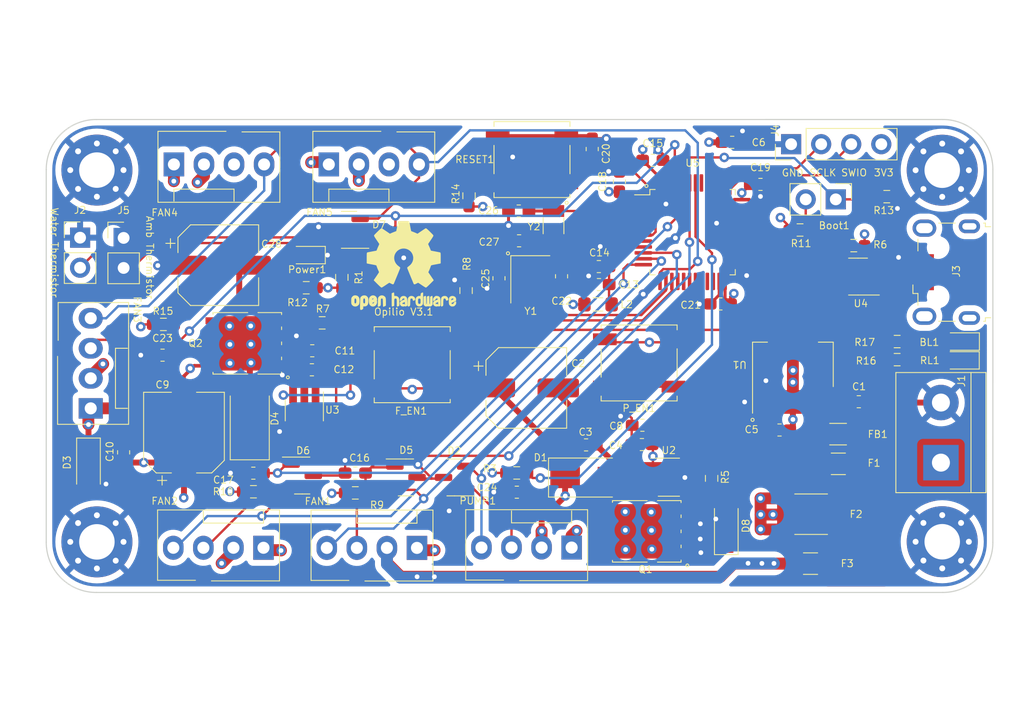
<source format=kicad_pcb>
(kicad_pcb (version 20211014) (generator pcbnew)
  (title_block (title "Opilio") (date "2022-06-19") (rev "V3") (comment 4 "AISLER Project ID: OUFPYPMX"))
  (layers (0 "F.Cu" signal) (1 "In1.Cu" power "GND") (2 "In2.Cu" power "3V3") (31 "B.Cu" signal) (34 "B.Paste" user) (35 "F.Paste" user) (36 "B.SilkS" user "B.Silkscreen") (37 "F.SilkS" user "F.Silkscreen") (38 "B.Mask" user) (39 "F.Mask" user) (44 "Edge.Cuts" user))
  (net 0 "")
  (net 1 "BOOT0")
  (net 2 "Net-(Boot1-Pad2)")
  (net 3 "OSCOUT")
  (net 4 "GND")
  (net 5 "OSCIN")
  (net 6 "CIN")
  (net 7 "COUT")
  (net 8 "Net-(C1-Pad1)")
  (net 9 "VDDA")
  (net 10 "+12VF(F)")
  (net 11 "+12VF(P)")
  (net 12 "PWM_READ1")
  (net 13 "PWM_READ3")
  (net 14 "PWM_READ2")
  (net 15 "PWM_READ4")
  (net 16 "FAN_GND")
  (net 17 "PUMP_GND")
  (net 18 "+12V")
  (net 19 "Net-(F1-Pad2)")
  (net 20 "+5V")
  (net 21 "USB_CON_D-")
  (net 22 "USB_CON_D+")
  (net 23 "SWCLK")
  (net 24 "SWIO")
  (net 25 "THERM_READ_W")
  (net 26 "PWM_OUT1")
  (net 27 "PWM_OUT3")
  (net 28 "PWM_OUT2")
  (net 29 "PWM_OUT4")
  (net 30 "Net-(Power1-Pad2)")
  (net 31 "Net-(Q1-Pad4)")
  (net 32 "Net-(Q2-Pad4)")
  (net 33 "USB_D+")
  (net 34 "USB_D-")
  (net 35 "FAN_EN")
  (net 36 "PUMP_EN")
  (net 37 "Net-(C20-Pad1)")
  (net 39 "Net-(R5-Pad2)")
  (net 40 "Net-(R7-Pad2)")
  (net 42 "THERM_READ_A")
  (net 50 "RED_LED")
  (net 60 "BLUE_LED")
  (net 61 "Net-(BL1-Pad2)")
  (net 62 "Net-(R16-Pad2)")
  (net 63 "+3.3V")
  (footprint "Capacitor_SMD:C_0603_1608Metric_Pad1.08x0.95mm_HandSolder" (layer "F.Cu") (at 139.77 131.52)
    (fp_text reference "C24")
    (fp_text value "10nF")
  )
  (footprint "Capacitor_SMD:C_0603_1608Metric_Pad1.08x0.95mm_HandSolder" (layer "F.Cu") (at 109.83 119.93)
    (fp_text reference "C23")
    (fp_text value "10nF")
  )
  (footprint "Package_TO_SOT_SMD:SOT-23" (layer "F.Cu") (at 134.51 130.27 180)
    (fp_text reference "D2")
    (fp_text value "SP0502BAHT")
  )
  (footprint "Resistor_SMD:R_0603_1608Metric_Pad0.98x0.95mm_HandSolder" (layer "F.Cu") (at 171.91 118.78)
    (fp_text reference "R17")
    (fp_text value "R660")
  )
  (footprint "Custom:PDFN-8_L5.6-W5.2-P1.27-LS6.1-BL" (layer "F.Cu") (at 150.76 134.83 90)
    (fp_text reference "Q1")
    (fp_text value "HSBA3048")
  )
  (footprint "Package_TO_SOT_SMD:SOT-23" (layer "F.Cu") (at 121.63 130.11)
    (fp_text reference "D6")
    (fp_text value "SP0502BAHT")
  )
  (footprint "Capacitor_SMD:CP_Elec_6.3x7.7" (layer "F.Cu") (at 140.57 122.7)
    (fp_text reference "C2")
    (fp_text value "220uF")
  )
  (footprint "Capacitor_SMD:C_0603_1608Metric_Pad1.08x0.95mm_HandSolder" (layer "F.Cu") (at 106.54 128.15 -90)
    (fp_text reference "C10")
    (fp_text value "10uF")
  )
  (footprint "Custom:FanPinHeader_1x04_P2.54mm_Vertical_no_hole" (layer "F.Cu") (at 131.33 136.43 180)
    (fp_text reference "FAN1")
    (fp_text value "Fan_4pin")
  )
  (footprint "Capacitor_SMD:C_0603_1608Metric_Pad1.08x0.95mm_HandSolder" (layer "F.Cu") (at 148.44 105.25 90)
    (fp_text reference "C18")
    (fp_text value "100nF")
  )
  (footprint "Custom:USB_Micro-B_Wuerth_629105150521_narrow_holes" (layer "F.Cu") (at 176.065 112.915 90)
    (fp_text reference "J3")
    (fp_text value "USB_B_Micro")
  )
  (footprint "Capacitor_SMD:C_0603_1608Metric_Pad1.08x0.95mm_HandSolder" (layer "F.Cu") (at 168.67 123.87)
    (fp_text reference "C1")
    (fp_text value "10uF")
  )
  (footprint "Capacitor_SMD:C_0603_1608Metric_Pad1.08x0.95mm_HandSolder" (layer "F.Cu") (at 146.7 112.44 180)
    (fp_text reference "C14")
    (fp_text value "1uF")
  )
  (footprint "Capacitor_SMD:C_0603_1608Metric_Pad1.08x0.95mm_HandSolder" (layer "F.Cu") (at 150.38 125.86)
    (fp_text reference "C8")
    (fp_text value "100nF")
  )
  (footprint "Resistor_SMD:R_0603_1608Metric_Pad0.98x0.95mm_HandSolder" (layer "F.Cu") (at 168.24452 110.66548 180)
    (fp_text reference "R6")
    (fp_text value "1k5")
  )
  (footprint "LED_SMD:LED_0603_1608Metric_Pad1.05x0.95mm_HandSolder" (layer "F.Cu") (at 177.19 120.37 180)
    (fp_text reference "RL1")
    (fp_text value "Red")
  )
  (footprint "Capacitor_SMD:C_0603_1608Metric_Pad1.08x0.95mm_HandSolder" (layer "F.Cu") (at 143.55 113.26 90)
    (fp_text reference "C22")
    (fp_text value "30pF")
  )
  (footprint "Capacitor_SMD:C_0603_1608Metric_Pad1.08x0.95mm_HandSolder" (layer "F.Cu") (at 122.48 119.56)
    (fp_text reference "C11")
    (fp_text value "10uF")
  )
  (footprint "Resistor_SMD:R_0603_1608Metric_Pad0.98x0.95mm_HandSolder" (layer "F.Cu") (at 135.73 106.45 90)
    (fp_text reference "R14")
    (fp_text value "10k")
  )
  (footprint "Fuse:Fuse_1812_4532Metric_Pad1.30x3.40mm_HandSolder" (layer "F.Cu") (at 164.64 133.38)
    (fp_text reference "F2")
    (fp_text value "3A")
  )
  (footprint "Connector_PinHeader_2.54mm:PinHeader_1x02_P2.54mm_Vertical" (layer "F.Cu") (at 106.54 110.015)
    (fp_text reference "J5")
    (fp_text value "Conn_01x02_Male")
  )
  (footprint "Custom:TerminalBlock_bornier-2_P5.08mm" (layer "F.Cu") (at 175.61 129.02 90)
    (fp_text reference "J1")
    (fp_text value "Screw_Terminal_01x02")
  )
  (footprint "MountingHole:MountingHole_3mm_Pad_Via" (layer "F.Cu") (at 175.72 135.71)
    (fp_text reference "H1")
    (fp_text value "MountingHole_Pad")
  )
  (footprint "Connector_PinHeader_2.54mm:PinHeader_1x02_P2.54mm_Vertical" (layer "F.Cu") (at 102.86 109.995)
    (fp_text reference "J2")
    (fp_text value "Conn_01x02_Male")
  )
  (footprint "Custom:FanPinHeader_1x04_P2.54mm_Vertical_no_hole" (layer "F.Cu") (at 144.4 136.4 180)
    (fp_text reference "PUMP1")
    (fp_text value "Fan_4pin")
  )
  (footprint "Symbol:OSHW-Logo2_9.8x8mm_SilkScreen" (layer "F.Cu") (at 130.21 112.34)
    (fp_text reference "LOGO1" hide)
    (fp_text value "Logo_Open_Hardware_Small" hide)
  )
  (footprint "Capacitor_SMD:C_0603_1608Metric_Pad1.08x0.95mm_HandSolder" (layer "F.Cu") (at 151.26 103.45)
    (fp_text reference "C15")
    (fp_text value "100nF")
  )
  (footprint "Resistor_SMD:R_0603_1608Metric_Pad0.98x0.95mm_HandSolder" (layer "F.Cu") (at 156.23 130.35 90)
    (fp_text reference "R5")
    (fp_text value "220")
  )
  (footprint "MountingHole:MountingHole_3mm_Pad_Via" (layer "F.Cu") (at 175.72 104.29)
    (fp_text reference "H2")
    (fp_text value "MountingHole_Pad")
  )
  (footprint "Package_TO_SOT_SMD:SOT-23-5_HandSoldering" (layer "F.Cu") (at 121.81 124.59 -90)
    (fp_text reference "U3")
    (fp_text value "SCT51240")
  )
  (footprint "Custom:SW_Push_7x4.5" (layer "F.Cu") (at 130.93 120.74)
    (fp_text reference "F_EN1")
    (fp_text value "F_EN")
  )
  (footprint "Capacitor_SMD:C_0603_1608Metric_Pad1.08x0.95mm_HandSolder" (layer "F.Cu") (at 126.12 129.9)
    (fp_text reference "C16")
    (fp_text value "10nF")
  )
  (footprint "Connector_PinHeader_2.54mm:PinHeader_1x04_P2.54mm_Vertical" (layer "F.Cu") (at 162.95 102.09 90)
    (fp_text reference "J4")
    (fp_text value "Program")
  )
  (footprint "Capacitor_SMD:CP_Elec_6.3x7.7" (layer "F.Cu") (at 111.64 126.48 90)
    (fp_text reference "C9")
    (fp_text value "220uF")
  )
  (footprint "Crystal:Crystal_SMD_3215-2Pin_3.2x1.5mm" (layer "F.Cu") (at 142.87 108.99 90)
    (fp_text reference "Y2")
    (fp_text value "YST310S 32.768KHz")
  )
  (footprint "Capacitor_SMD:C_0603_1608Metric_Pad1.08x0.95mm_HandSolder" (layer "F.Cu") (at 117.5 129.91)
    (fp_text reference "C17")
    (fp_text value "10nF")
  )
  (footprint "Resistor_SMD:R_0603_1608Metric_Pad0.98x0.95mm_HandSolder" (layer "F.Cu") (at 139.76 129.89)
    (fp_text reference "R3")
    (fp_text value "1k")
  )
  (footprint "Package_TO_SOT_SMD:SOT-23-6" (layer "F.Cu") (at 168.60452 113.28548 180)
    (fp_text reference "U4")
    (fp_text value "USBLC6-2SC6")
  )
  (footprint "Diode_SMD:D_SOD-123" (layer "F.Cu") (at 103.57 129.19 -90)
    (fp_text reference "D3")
    (fp_text value "B5819W")
  )
  (footprint "Resistor_SMD:R_0603_1608Metric_Pad0.98x0.95mm_HandSolder" (layer "F.Cu") (at 121.9725 114.23 180)
    (fp_text reference "R12")
    (fp_text value "1.65K")
  )
  (footprint "Fuse:Fuse_1206_3216Metric_Pad1.42x1.75mm_HandSolder" (layer "F.Cu") (at 166.94 129.12)
    (fp_text reference "F1")
    (fp_text value "250mA")
  )
  (footprint "Capacitor_SMD:C_0603_1608Metric_Pad1.08x0.95mm_HandSolder" (layer "F.Cu") (at 150.34 127.49)
    (fp_text reference "C4")
    (fp_text value "10uF")
  )
  (footprint "Custom:PDFN-8_L5.6-W5.2-P1.27-LS6.1-BL" (layer "F.Cu") (at 117 118.93 90)
    (fp_text reference "Q2")
    (fp_text value "HSBA3048")
  )
  (footprint "Custom:SW_Push_7x4.5" (layer "F.Cu") (at 150.105 120.59 180)
    (fp_text reference "P_EN1")
    (fp_text value "P_EN")
  )
  (footprint "LED_SMD:LED_0603_1608Metric_Pad1.05x0.95mm_HandSolder" (layer "F.Cu") (at 177.2 118.78 180)
    (fp_text reference "BL1")
    (fp_text value "Blue")
  )
  (footprint "Capacitor_SMD:C_0603_1608Metric_Pad1.08x0.95mm_HandSolder" (layer "F.Cu") (at 122.45 121.17)
    (fp_text reference "C12")
    (fp_text value "100nF")
  )
  (footprint "Package_TO_SOT_SMD:SOT-23" (layer "F.Cu") (at 130.4 130.27)
    (fp_text reference "D5")
    (fp_text value "SP0502BAHT")
  )
  (footprint "Diode_SMD:D_SMA" (layer "F.Cu") (at 145.85 130.28)
    (fp_text reference "D1")
    (fp_text value "B230A-13-F")
  )
  (footprint "Crystal:Crystal_SMD_3225-4Pin_3.2x2.5mm" (layer "F.Cu") (at 140.91 113.52 -90)
    (fp_text reference "Y1")
    (fp_text value "YSX531SL 8MHz")
  )
  (footprint "Custom:FanPinHeader_1x04_P2.54mm_Vertical_no_hole" (layer "F.Cu") (at 118.36 136.42 180)
    (fp_text reference "FAN2")
    (fp_text value "Fan_4pin")
  )
  (footprint "Inductor_SMD:L_0805_2012Metric_Pad1.05x1.20mm_HandSolder" (layer "F.Cu") (at 146.63 115.64)
    (fp_text reference "L2")
    (fp_text value "39nH")
  )
  (footprint "Custom:FanPinHeader_1x04_P2.54mm_Vertical_no_hole" (layer "F.Cu") (at 110.79 103.6)
    (fp_text reference "FAN4")
    (fp_text value "Fan_4pin")
  )
  (footprint "MountingHole:MountingHole_3mm_Pad_Via" (layer "F.Cu") (at 104.28 135.72)
    (fp_text reference "H3")
    (fp_text value "MountingHole_Pad")
  )
  (footprint "Connector_PinHeader_2.54mm:PinHeader_1x02_P2.54mm_Vertical" (layer "F.Cu") (at 166.724189 106.754189 -90)
    (fp_text reference "Boot1")
    (fp_text value "Conn_01x02_Male")
  )
  (footprint "Resistor_SMD:R_0603_1608Metric_Pad0.98x0.95mm_HandSolder" (layer "F.Cu") (at 109.9 117.33)
    (fp_text reference "R15")
    (fp_text value "1k")
  )
  (footprint "Diode_SMD:D_SOD-123" (layer "F.Cu") (at 157.47 134.55 90)
    (fp_text reference "D8")
    (fp_text value "B5819W")
  )
  (footprint "Resistor_SMD:R_0603_1608Metric_Pad0.98x0.95mm_HandSolder" (layer "F.Cu") (at 171.034189 106.524189)
    (fp_text reference "R13")
    (fp_text value "100k")
  )
  (footprint "Package_TO_SOT_SMD:SOT-223-3_TabPin2" (layer "F.Cu") (at 163.1 120.74 90)
    (fp_text reference "U1")
    (fp_text value "AMS1117-3.3")
  )
  (footprint "Fuse:Fuse_1206_3216Metric_Pad1.42x1.75mm_HandSolder" (layer "F.Cu") (at 164.59 137.56)
    (fp_text reference "F3")
    (fp_text value "1.1A")
  )
  (footprint "LED_SMD:LED_0603_1608Metric_Pad1.05x0.95mm_HandSolder" (layer "F.Cu") (at 121.9225 111.47 180)
    (fp_text reference "Power1")
    (fp_text value "Yellow/Green")
  )
  (footprint "Capacitor_SMD:C_0603_1608Metric_Pad1.08x0.95mm_HandSolder" (layer "F.Cu") (at 139.96 110.26 180)
    (fp_text reference "C27")
    (fp_text value "18pF")
  )
  (footprint "Capacitor_SMD:C_0603_1608Metric_Pad1.08x0.95mm_HandSolder" (layer "F.Cu") (at 138.26 113.43 90)
    (fp_text reference "C25")
    (fp_text value "30pF")
  )
  (footprint "Resistor_SMD:R_0603_1608Metric_Pad0.98x0.95mm_HandSolder" (layer "F.Cu") (at 123.32 117.2)
    (fp_text reference "R7")
    (fp_text value "220")
  )
  (footprint "Diode_SMD:D_SMA" (layer "F.Cu") (at 117.2 125.38 90)
    (fp_text reference "D4")
    (fp_text value "B230A-13-F")
  )
  (footprint "Package_TO_SOT_SMD:SOT-23-5_HandSoldering" (layer "F.Cu") (at 152.62 130.25)
    (fp_text reference "U2")
    (fp_text value "SCT51240")
  )
  (footprint "Capacitor_SMD:CP_Elec_6.3x7.7" (layer "F.Cu") (at 114.54 112.32)
    (fp_text reference "C28")
    (fp_text value "220uF")
  )
  (footprint "Resistor_SMD:R_0603_1608Metric_Pad0.98x0.95mm_HandSolder" (layer "F.Cu") (at 171.91 120.31)
    (fp_text reference "R16")
    (fp_text value "R165")
  )
  (footprint "Capacitor_SMD:C_0603_1608Metric_Pad1.08x0.95mm_HandSolder" (layer "F.Cu") (at 160.36 105.49)
    (fp_text reference "C19")
    (fp_text value "100nF")
  )
  (footprint "Resistor_SMD:R_0603_1608Metric_Pad0.98x0.95mm_HandSolder" (layer "F.Cu") (at 126.12 131.58)
    (fp_text reference "R9")
    (fp_text value "1k")
  )
  (footprint "Custom:SW_Push_7x4.5" (layer "F.Cu") (at 141.05 103.39)
    (fp_text reference "RESET1")
    (fp_text value "Reset")
  )
  (footprint "Capacitor_SMD:C_1206_3216Metric_Pad1.33x1.80mm_HandSolder" (layer "F.Cu") (at 166.92 126.61)
    (fp_text reference "FB1")
    (fp_text value "CBW321609U600")
  )
  (footprint "Capacitor_SMD:C_0603_1608Metric_Pad1.08x0.95mm_HandSolder" (layer "F.Cu") (at 161.97 126.26 180)
    (fp_text reference "C5")
    (fp_text value "10uF")
  )
  (footprint "MountingHole:MountingHole_3mm_Pad_Via" (layer "F.Cu") (at 104.28 104.28)
    (fp_text reference "H4")
    (fp_text value "MountingHole_Pad")
  )
  (footprint "Resistor_SMD:R_0603_1608Metric_Pad0.98x0.95mm_HandSolder" (layer "F.Cu") (at 124.98 113.35 -90)
    (fp_text reference "R1")
    (fp_text value "10k")
  )
  (footprint "Capacitor_SMD:C_0603_1608Metric_Pad1.08x0.95mm_HandSolder" (layer "F.Cu") (at 146.71 113.96 180)
    (fp_text reference "C13")
    (fp_text value "10nF")
  )
  (footprint "Capacitor_SMD:C_0603_1608Metric_Pad1.08x0.95mm_HandSolder" (layer "F.Cu") (at 146.14 102.5 90)
    (fp_text reference "C20")
    (fp_text value "100nF")
  )
  (footprint "Capacitor_SMD:C_0603_1608Metric_Pad1.08x0.95mm_HandSolder" (layer "F.Cu") (at 145.62 127.52 180)
    (fp_text reference "C3")
    (fp_text value "10uF")
  )
  (footprint "Custom:FanPinHeader_1x04_P2.54mm_Vertical_no_hole" (layer "F.Cu") (at 103.56 124.43 90)
    (fp_text reference "FAN3")
    (fp_text value "Fan_4pin")
  )
  (footprint "Capacitor_SMD:C_0603_1608Metric_Pad1.08x0.95mm_HandSolder" (layer "F.Cu") (at 156.97 115.6 180)
    (fp_text reference "C21")
    (fp_text value "100nF")
  )
  (footprint "Resistor_SMD:R_0603_1608Metric_Pad0.98x0.95mm_HandSolder" (layer "F.Cu") (at 135.48 114.47 90)
    (fp_text reference "R8")
    (fp_text value "10k")
  )
  (footprint "Resistor_SMD:R_0603_1608Metric_Pad0.98x0.95mm_HandSolder" (layer "F.Cu") (at 163.704189 109.344189)
    (fp_text reference "R11")
    (fp_text value "10K")
  )
  (footprint "Capacitor_SMD:C_0603_1608Metric_Pad1.08x0.95mm_HandSolder" (layer "F.Cu") (at 139.93 107.74 180)
    (fp_text reference "C26")
    (fp_text value "18pF")
  )
  (footprint "Custom:FanPinHeader_1x04_P2.54mm_Vertical_no_hole" (layer "F.Cu") (at 123.88 103.6)
    (fp_text reference "FAN5")
    (fp_text value "Fan_4pin")
  )
  (footprint "Resistor_SMD:R_0603_1608Metric_Pad0.98x0.95mm_HandSolder" (layer "F.Cu") (at 117.51 131.48)
    (fp_text reference "R10")
    (fp_text value "1k")
  )
  (footprint "Package_TO_SOT_SMD:SOT-23" (layer "F.Cu") (at 125.59 109.33 180)
    (fp_text reference "D7")
    (fp_text value "SP0502BAHT")
  )
  (footprint "Capacitor_SMD:C_0603_1608Metric_Pad1.08x0.95mm_HandSolder" (layer "F.Cu") (at 157.97 101.93)
    (fp_text reference "C6")
    (fp_text value "10uF")
  )
  (footprint "Package_QFP:LQFP-48_7x7mm_P0.5mm" (layer "F.Cu") (at 154.62 109.53)
    (fp_text reference "U5")
    (fp_text value "STM32F103C8T6")
  )
  (gr_circle (center 139.02 111.32) (end 139.15 111.32) (layer "F.SilkS") (width 0.08) (fill none))
  (gr_circle (center 150.72 105.62) (end 150.85 105.62) (layer "F.SilkS") (width 0.08) (fill none))
  (gr_circle (center 159.69 125.4) (end 159.82 125.4) (layer "F.SilkS") (width 0.08) (fill none))
  (gr_circle (center 143.98 107.04) (end 144.11 107.04) (layer "F.SilkS") (width 0.08) (fill none))
  (gr_line (start 175.758938 139.998938) (end 104.241062 139.998937) (layer "Edge.Cuts") (width 0.1))
  (gr_arc locked (start 179.998937 135.758938) (mid 178.760323 138.760324) (end 175.758938 139.998938) (layer "Edge.Cuts") (width 0.1))
  (gr_arc locked (start 100.001063 104.241062) (mid 101.239677 101.239676) (end 104.241062 100.001062) (layer "Edge.Cuts") (width 0.1))
  (gr_line (start 104.241062 100.001062) (end 175.76 100.000001) (layer "Edge.Cuts") (width 0.1))
  (gr_line (start 100.001062 135.758938) (end 100.001063 104.241062) (layer "Edge.Cuts") (width 0.1))
  (gr_arc locked (start 175.76 100.000001) (mid 178.761386 101.238615) (end 180 104.24) (layer "Edge.Cuts") (width 0.1))
  (gr_line (start 180 104.24) (end 179.998937 135.758938) (layer "Edge.Cuts") (width 0.1))
  (gr_arc locked (start 104.241062 139.998937) (mid 101.239676 138.760323) (end 100.001062 135.758938) (layer "Edge.Cuts") (width 0.1))
  (gr_text "SCLK" (at 165.63 104.5) (layer "F.SilkS") (effects (font (size 0.6 0.6) (thickness 0.08))))
  (gr_text "Opilio V3.1" (at 130.21 116.27) (layer "F.SilkS") (effects (font (size 0.6 0.6) (thickness 0.08))))
  (gr_text "3V3" (at 170.78 104.5) (layer "F.SilkS") (effects (font (size 0.6 0.6) (thickness 0.08))))
  (gr_text "SWIO" (at 168.27 104.5) (layer "F.SilkS") (effects (font (size 0.6 0.6) (thickness 0.08))))
  (gr_text "Amb Thermistor" (at 108.75 111.67 270) (layer "F.SilkS") (effects (font (size 0.6 0.6) (thickness 0.08))))
  (gr_text "Water Thermistor" (at 100.69 111.26 270) (layer "F.SilkS") (effects (font (size 0.6 0.6) (thickness 0.08))))
  (gr_text "GND" (at 163.08 104.51) (layer "F.SilkS") (effects (font (size 0.6 0.6) (thickness 0.08))))
  (segment (start 157.3 103.21) (end 154.3 103.21) (width 0.2) (layer "F.Cu") (net 1))
  (segment (start 153.87 105.3675) (end 153.87 103.64) (width 0.2) (layer "F.Cu") (net 1))
  (segment (start 154.3 103.21) (end 153.87 103.64) (width 0.2) (layer "F.Cu") (net 1))
  (segment (start 169.891689 106.754189) (end 166.724189 106.754189) (width 0.2) (layer "F.Cu") (net 1))
  (via (at 157.3 103.21) (size 0.8) (drill 0.4) (layers "F.Cu" "B.Cu") (net 1))
  (segment (start 163.231621 103.261621) (end 166.724189 106.754189) (width 0.2) (layer "B.Cu") (net 1))
  (segment (start 157.330864 103.261621) (end 163.231621 103.261621) (width 0.2) (layer "B.Cu") (net 1))
  (segment (start 164.184189 106.754189) (end 164.184189 108.911689) (width 0.2) (layer "F.Cu") (net 2))
  (segment (start 164.184189 108.911689) (end 164.616689 109.344189) (width 0.2) (layer "F.Cu") (net 2))
  (segment (start 144.56 113.1125) (end 143.55 114.1225) (width 0.2) (layer "F.Cu") (net 3))
  (segment (start 150.4575 109.28) (end 146.95 109.28) (width 0.2) (layer "F.Cu") (net 3))
  (segment (start 144.56 111.67) (end 144.56 113.1125) (width 0.2) (layer "F.Cu") (net 3))
  (segment (start 141.76 114.62) (end 143.0525 114.62) (width 0.2) (layer "F.Cu") (net 3))
  (segment (start 143.0525 114.62) (end 143.55 114.1225) (width 0.2) (layer "F.Cu") (net 3))
  (segment (start 146.95 109.28) (end 144.56 111.67) (width 0.2) (layer "F.Cu") (net 3))
  (segment (start 131.3375 130.37) (end 132.55 130.37) (width 0.2) (layer "F.Cu") (net 4))
  (segment (start 145.8375 113.2325) (end 145.8375 113.95) (width 0.2) (layer "F.Cu") (net 4))
  (segment (start 159.585006 107.28) (end 160.357503 106.507503) (width 0.25) (layer "F.Cu") (net 4))
  (segment (start 124.6525 109.33) (end 123.26 109.33) (width 0.2) (layer "F.Cu") (net 4))
  (segment (start 155.2 115.6) (end 155.19 115.61) (width 0.25) (layer "F.Cu") (net 4))
  (segment (start 143.95 101.39) (end 145.8925 101.39) (width 0.3) (layer "F.Cu") (net 4))
  (segment (start 150.4575 110.28) (end 147.9975 110.28) (width 0.2) (layer "F.Cu") (net 4))
  (segment (start 138.15 101.39) (end 138.15 101.9) (width 0.3) (layer "F.Cu") (net 4))
  (segment (start 171.946689 107.511689) (end 171.934189 107.524189) (width 0.2) (layer "F.Cu") (net 4))
  (segment (start 178.075 121.475) (end 175.61 123.94) (width 0.3) (layer "F.Cu") (net 4))
  (segment (start 105.04 130.84) (end 105.05 130.83) (width 0.5) (layer "F.Cu") (net 4))
  (segment (start 121.2575 120.84) (end 121.5875 121.17) (width 0.5) (layer "F.Cu") (net 4))
  (segment (start 147.5325 104.3875) (end 147.53 104.39) (width 0.25) (layer "F.Cu") (net 4))
  (segment (start 120.86 125.485) (end 121.81 124.535) (width 0.2) (layer "F.Cu") (net 4))
  (segment (start 103.57 130.84) (end 105.04 130.84) (width 0.5) (layer "F.Cu") (net 4))
  (segment (start 153.97 131.2) (end 153.97 130.28) (width 0.2) (layer "F.Cu") (net 4))
  (segment (start 153.71 136.74) (end 155.212704 136.74) (width 0.5) (layer "F.Cu") (net 4))
  (segment (start 169.6025 123.94) (end 175.61 123.94) (width 0.5) (layer "F.Cu") (net 4))
  (segment (start 153.71 136.74) (end 153.71 134.2) (width 0.2) (layer "F.Cu") (net 4))
  (segment (start 160.8 125.9525) (end 161.1075 126.26) (width 0.5) (layer "F.Cu") (net 4))
  (segment (start 143.55 112.3975) (end 141.7825 112.3975) (width 0.2) (layer "F.Cu") (net 4))
  (segment (start 168.78 111.98) (end 169.09952 111.66048) (width 0.2) (layer "F.Cu") (net 4))
  (segment (start 115.58 129.91) (end 115.57 129.9) (width 0.3) (layer "F.Cu") (net 4))
  (segment (start 155.27 134.2) (end 155.28 134.19) (width 0.5) (layer "F.Cu") (net 4))
  (segment (start 149.31 125.09) (end 149.4775 125.2575) (width 0.2) (layer "F.Cu") (net 4))
  (segment (start 158.7825 107.28) (end 159.585006 107.28) (width 0.25) (layer "F.Cu") (net 4))
  (segment (start 120.17 125.94) (end 119.72 126.39) (width 0.3) (layer "F.Cu") (net 4))
  (segment (start 131.41 129.17) (end 132.55 130.31) (width 0.2) (layer "F.Cu") (net 4))
  (segment (start 119.95 118.3) (end 119.95 120.84) (width 0.5) (layer "F.Cu") (net 4))
  (segment (start 158.8325 100.9775) (end 158.84 100.97) (width 0.3) (layer "F.Cu") (net 4))
  (segment (start 148.54 125.09) (end 149.31 125.09) (width 0.2) (layer "F.Cu") (net 4))
  (segment (start 138.26 114.2925) (end 139.7325 114.2925) (width 0.2) (layer "F.Cu") (net 4))
  (segment (start 145.8375 112.44) (end 145.8375 113.2325) (width 0.2) (layer "F.Cu") (net 4))
  (segment (start 169.393803 113.28548) (end 168.78 112.671677) (width 0.2) (layer "F.Cu") (net 4))
  (segment (start 149.4775 125.2575) (end 149.4775 127.49) (width 0.2) (layer "F.Cu") (net 4))
  (segment (start 150.29 130.25) (end 149.4775 129.4375) (width 0.2) (layer "F.Cu") (net 4))
  (segment (start 178.075 118.78) (end 178.075 121.475) (width 0.3) (layer "F.Cu") (net 4))
  (segment (start 139.0675 108.9725) (end 139.0675 110.23) (width 0.25) (layer "F.Cu") (net 4))
  (segment (start 156.87 113.6925) (end 156.87 114.8375) (width 0.25) (layer "F.Cu") (net 4))
  (segment (start 119.95 120.84) (end 119.95 121.61) (width 0.5) (layer "F.Cu") (net 4))
  (segment (start 125.2575 128.8375) (end 125.25 128.83) (width 0.2) (layer "F.Cu") (net 4))
  (segment (start 119.95 120.84) (end 121.2575 120.84) (width 0.5) (layer "F.Cu") (net 4))
  (segment (start 121.81 123.24) (end 121.81 121.3925) (width 0.2) (layer "F.Cu") (net 4))
  (segment (start 138.9075 131.52) (end 137.83 131.52) (width 0.2) (layer "F.Cu") (net 4))
  (segment (start 151.27 130.25) (end 150.29 130.25) (width 0.2) (layer "F.Cu") (net 4))
  (segment (start 168.78 112.671677) (end 168.78 111.98) (width 0.2) (layer "F.Cu") (net 4))
  (segment (start 138.15 101.9) (end 139.42 103.17) (width 0.3) (layer "F.Cu") (net 4))
  (segment (start 137.2625 114.2925) (end 137.25 114.28) (width 0.2) (layer "F.Cu") (net 4))
  (segment (start 122.7975 111.47) (end 123.77 111.47) (width 0.2) (layer "F.Cu") (net 4))
  (segment (start 160.82 122.005) (end 160.82 123.775) (width 0.5) (layer "F.Cu") (net 4))
  (segment (start 121.81 124.535) (end 121.81 123.24) (width 0.2) (layer "F.Cu") (net 4))
  (segment (start 156.1075 115.6) (end 155.2 115.6) (width 0.25) (layer "F.Cu") (net 4))
  (segment (start 160.8 123.89) (end 158.92 123.89) (width 0.5) (layer "F.Cu") (net 4))
  (segment (start 171.946689 106.524189) (end 171.946689 107.511689) (width 0.2) (layer "F.Cu") (net 4))
  (segment (start 108.9675 119.93) (end 107.99 119.93) (width 0.2) (layer "F.Cu") (net 4))
  (segment (start 138.26 114.2925) (end 137.2625 114.2925) (width 0.2) (layer "F.Cu") (net 4))
  (segment (start 139.0675 107.74) (end 139.0675 108.9725) (width 0.25) (layer "F.Cu") (net 4))
  (segment (start 152.1225 102.964494) (end 151.714381 102.556375) (width 0.25) (layer "F.Cu") (net 4))
  (segment (start 169.09952 111.66048) (end 172.02952 111.66048) (width 0.2) (layer "F.Cu") (net 4))
  (segment (start 149.4775 129.4375) (end 149.4775 127.49) (width 0.2) (layer "F.Cu") (net 4))
  (segment (start 138.15 101.39) (end 143.95 101.39) (width 0.3) (layer "F.Cu") (net 4))
  (segment (start 123.26 109.33) (end 123.01 109.08) (width 0.2) (layer "F.Cu") (net 4))
  (segment (start 152.1225 103.45) (end 152.1225 102.964494) (width 0.25) (layer "F.Cu") (net 4))
  (segment (start 119.95 118.3) (end 121.14 118.3) (width 0.5) (layer "F.Cu") (net 4))
  (segment (start 155.212704 136.74) (end 155.322204 136.6305) (width 0.5) (layer "F.Cu") (net 4))
  (segment (start 153.71 135.47) (end 155.26 135.47) (width 0.5) (layer "F.Cu") (net 4))
  (segment (start 125.2575 129.9) (end 125.2575 128.8375) (width 0.2) (layer "F.Cu") (net 4))
  (segment (start 158.8325 101.93) (end 158.8325 100.9775) (width 0.3) (layer "F.Cu") (net 4))
  (segment (start 155.26 135.47) (end 155.27 135.48) (width 0.5) (layer "F.Cu") (net 4))
  (segment (start 122.5675 130.11) (end 125.0475 130.11) (width 0.2) (layer "F.Cu") (net 4))
  (segment (start 156.18 134.19) (end 156.585 133.785) (width 0.5) (layer "F.Cu") (net 4))
  (segment (start 132.55 130.31) (end 132.55 130.37) (width 0.2) (layer "F.Cu") (net 4))
  (segment (start 152.37 103.6975) (end 152.37 105.3675) (width 0.25) (layer "F.Cu") (net 4))
  (segment (start 147.9975 110.28) (end 145.8375 112.44) (width 0.2) (layer "F.Cu") (net 4))
  (segment (start 146.14 101.6375) (end 147.3125 101.6375) (width 0.3) (layer "F.Cu") (net 4))
  (segment (start 132.55 130.37) (end 133.5525 130.37) (width 0.2) (layer "F.Cu") (net 4))
  (segment (start 137.83 131.52) (end 137.82 131.51) (width 0.2) (layer "F.Cu") (net 4))
  (segment (start 148.44 104.3875) (end 147.5325 104.3875) (width 0.25) (layer "F.Cu") (net 4))
  (segment (start 160.357503 106.507503) (end 161.2225 105.642506) (width 0.25) (layer "F.Cu") (net 4))
  (segment (start 120.86 125.94) (end 120.17 125.94) (width 0.3) (layer "F.Cu") (net 4))
  (segment (start 119.95 119.57) (end 121.6075 119.57) (width 0.5) (layer "F.Cu") (net 4))
  (segment (start 147.3125 101.6375) (end 147.33 101.62) (width 0.3) (layer "F.Cu") (net 4))
  (segment (start 153.71 134.2) (end 155.27 134.2) (width 0.5) (layer "F.Cu") (net 4))
  (segment (start 155.28 134.19) (end 156.18 134.19) (width 0.5) (layer "F.Cu") (net 4))
  (segment (start 172.02952 111.66048) (end 173.64952 111.66048) (width 0.2) (layer "F.Cu") (net 4))
  (segment (start 156.87 114.8375) (end 156.1075 115.6) (width 0.25) (layer "F.Cu") (net 4))
  (segment (start 141.76 112.52) (end 140.06 114.22) (width 0.2) (layer "F.Cu") (net 4))
  (segment (start 156.585 133.785) (end 157.47 132.9) (width 0.5) (layer "F.Cu") (net 4))
  (segment (start 116.6375 129.91) (end 115.58 129.91) (width 0.3) (layer "F.Cu") (net 4))
  (segment (start 160.8 123.89) (end 160.8 125.9525) (width 0.5) (layer "F.Cu") (net 4))
  (via (at 137.25 114.28) (size 0.8) (drill 0.4) (layers "F.Cu" "B.Cu") (net 4))
  (via (at 148.54 125.09) (size 0.8) (drill 0.4) (layers "F.Cu" "B.Cu") (net 4))
  (via (at 155.28 134.19) (size 0.8) (drill 0.4) (layers "F.Cu" "B.Cu") (net 4))
  (via (at 119.95 121.61) (size 0.8) (drill 0.4) (layers "F.Cu" "B.Cu") (net 4))
  (via (at 159.19 113.2) (size 0.8) (drill 0.4) (layers "F.Cu" "B.Cu") (net 4))
  (via (at 115.57 129.9) (size 0.8) (drill 0.4) (layers "F.Cu" "B.Cu") (net 4))
  (via (at 134.05 133.1) (size 0.8) (drill 0.4) (layers "F.Cu" "B.Cu") (net 4))
  (via (at 125.25 128.83) (size 0.8) (drill 0.4) (layers "F.Cu" "B.Cu") (net 4))
  (via (at 160.82 122.09) (size 0.8) (drill 0.4) (layers "F.Cu" "B.Cu") (net 4))
  (via (at 123.01 109.08) (size 0.8) (drill 0.4) (layers "F.Cu" "B.Cu") (net 4))
  (via (at 160.357503 106.507503) (size 0.8) (drill 0.4) (layers "F.Cu" "B.Cu") (net 4))
  (via (at 147.53 104.39) (size 0.8) (drill 0.4) (layers "F.Cu" "B.Cu") (net 4))
  (via (at 139.42 103.17) (size 0.8) (drill 0.4) (layers "F.Cu" "B.Cu") (net 4))
  (via (at 155.19 115.61) (size 0.8) (drill 0.4) (layers "F.Cu" "B.Cu") (net 4))
  (via (at 172.02952 111.66048) (size 0.8) (drill 0.4) (layers "F.Cu" "B.Cu") (net 4))
  (via (at 145.8375 113.2325) (size 0.8) (drill 0.4) (layers "F.Cu" "B.Cu") (net 4))
  (via (at 152.37 107.15) (size 0.8) (drill 0.4) (layers "F.Cu" "B.Cu") (net 4))
  (via (at 155.27 135.48) (size 0.8) (drill 0.4) (layers "F.Cu" "B.Cu") (net 4))
  (via (at 105.05 130.83) (size 0.8) (drill 0.4) (layers "F.Cu" "B.Cu") (net 4))
  (via (at 139.0675 108.9725) (size 0.8) (drill 0.4) (layers "F.Cu" "B.Cu") (net 4))
  (via (at 123.77 111.47) (size 0.8) (drill 0.4) (layers "F.Cu" "B.Cu") (net 4))
  (via (at 155.322204 136.6305) (size 0.8) (drill 0.4) (layers "F.Cu" "B.Cu") (net 4))
  (via (at 153.97 130.28) (size 0.8) (drill 0.4) (layers "F.Cu" "B.Cu") (net 4))
  (via (at 156.65 108.77) (size 0.8) (drill 0.4) (layers "F.Cu" "B.Cu") (net 4))
  (via (at 159.02 123.89) (size 0.8) (drill 0.4) (layers "F.Cu" "B.Cu") (net 4))
  (via (at 153.17 110.02) (size 0.8) (drill 0.4) (layers "F.Cu" "B.Cu") (net 4))
  (via (at 156.585 133.785) (size 0.8) (drill 0.4) (layers "F.Cu" "B.Cu") (net 4))
  (via (at 171.934189 107.524189) (size 0.8) (drill 0.4) (layers "F.Cu" "B.Cu") (net 4))
  (via (at 158.84 100.97) (size 0.8) (drill 0.4) (layers "F.Cu" "B.Cu") (net 4))
  (via (at 107.99 119.93) (size 0.8) (drill 0.4) (layers "F.Cu" "B.Cu") (net 4))
  (via locked (at 130.21 111.7) (size 0.8) (drill 0.4) (layers "F.Cu" "B.Cu") (net 4))
  (via (at 131.41 129.17) (size 0.8) (drill 0.4) (layers "F.Cu" "B.Cu") (net 4))
  (via (at 137.82 131.51) (size 0.8) (drill 0.4) (layers "F.Cu" "B.Cu") (net 4))
  (via (at 119.72 126.39) (size 0.8) (drill 0.4) (layers "F.Cu" "B.Cu") (net 4))
  (via (at 151.714381 102.556375) (size 0.8) (drill 0.4) (layers "F.Cu" "B.Cu") (net 4))
  (via (at 121.14 118.3) (size 0.8) (drill 0.4) (layers "F.Cu" "B.Cu") (net 4))
  (via (at 146.82 110.74) (size 0.8) (drill 0.4) (layers "F.Cu" "B.Cu") (net 4))
  (via (at 147.33 101.62) (size 0.8) (drill 0.4) (layers "F.Cu" "B.Cu") (net 4))
  (via (at 150.45 114.77) (size 0.8) (drill 0.4) (layers "F.Cu" "B.Cu") (net 4))
  (segment (start 141.06 111.32) (end 140.06 112.32) (width 0.2) (layer "F.Cu") (net 5))
  (segment (start 150.4575 108.78) (end 146.65 108.78) (width 0.2) (layer "F.Cu") (net 5))
  (segment (start 146.65 108.78) (end 144.11 111.32) (width 0.2) (layer "F.Cu") (net 5))
  (segment (start 144.11 111.32) (end 141.06 111.32) (width 0.2) (layer "F.Cu") (net 5))
  (segment (start 138.26 112.5675) (end 139.9125 112.5675) (width 0.2) (layer "F.Cu") (net 5))
  (segment (start 142.87 107.74) (end 150.4175 107.74) (width 0.2) (layer "F.Cu") (net 6))
  (segment (start 140.7925 107.74) (end 142.87 107.74) (width 0.25) (layer "F.Cu") (net 6))
  (segment (start 144.3 110.24) (end 142.87 110.24) (width 0.2) (layer "F.Cu") (net 7))
  (segment (start 146.26 108.28) (end 144.3 110.24) (width 0.2) (layer "F.Cu") (net 7))
  (segment (start 150.4575 108.28) (end 146.26 108.28) (width 0.2) (layer "F.Cu") (net 7))
  (segment (start 140.8225 110.26) (end 142.85 110.26) (width 0.25) (layer "F.Cu") (net 7))
  (segment (start 165.4 123.89) (end 165.4 126.5675) (width 0.5) (layer "F.Cu") (net 8))
  (segment (start 165.4 123.89) (end 167.7875 123.89) (width 0.5) (layer "F.Cu") (net 8))
  (segment (start 149.2225 110.78) (end 150.4575 110.78) (width 0.2) (layer "F.Cu") (net 9))
  (segment (start 147.5625 112.44) (end 149.2225 110.78) (width 0.2) (layer "F.Cu") (net 9))
  (segment (start 147.5625 112.44) (end 147.5625 115.4225) (width 0.2) (layer "F.Cu") (net 9))
  (segment (start 121.85 126.83) (end 121.3 127.38) (width 0.2) (layer "F.Cu") (net 10))
  (segment (start 113.44 127.38) (end 117.2 127.38) (width 0.5) (layer "F.Cu") (net 10))
  (segment (start 121.3 127.38) (end 117.2 127.38) (width 0.2) (layer "F.Cu") (net 10))
  (segment (start 122.76 124.235978) (end 121.85 125.145978) (width 0.2) (layer "F.Cu") (net 10))
  (segment (start 126.42 103.6) (end 126.42 105.18) (width 1) (layer "F.Cu") (net 10))
  (segment (start 122.76 121.7225) (end 122.76 123.24) (width 0.2) (layer "F.Cu") (net 10))
  (segment (start 128.79 137.49) (end 129.97 138.67) (width 1) (layer "F.Cu") (net 10))
  (segment (start 126.42 105.18) (end 126.41 105.19) (width 1) (layer "F.Cu") (net 10))
  (segment (start 111.64 129.18) (end 113.44 127.38) (width 0.5) (layer "F.Cu") (net 10))
  (segment (start 158.08 137.56) (end 163.1025 137.56) (width 1) (layer "F.Cu") (net 10))
  (segment (start 132.8 138.67) (end 129.97 138.67) (width 1) (layer "F.Cu") (net 10))
  (segment (start 132.8 138.67) (end 156.97 138.67) (width 1) (layer "F.Cu") (net 10))
  (segment (start 106.54 129.0125) (end 108.2375 129.0125) (width 0.5) (layer "F.Cu") (net 10))
  (segment (start 123.3125 121.17) (end 122.76 121.7225) (width 0.2) (layer "F.Cu") (net 10))
  (segment (start 113.33 103.6) (end 113.33 104.77) (width 1) (layer "F.Cu") (net 10))
  (segment (start 108.2375 129.0125) (end 111.4725 129.0125) (width 0.5) (layer "F.Cu") (net 10))
  (segment (start 115.82 136.53) (end 114.82 137.53) (width 1) (layer "F.Cu") (net 10))
  (segment (start 111.64 131.97) (end 111.62 131.99) (width 0.5) (layer "F.Cu") (net 10))
  (segment (start 122.76 123.24) (end 122.76 124.235978) (width 0.2) (layer "F.Cu") (net 10))
  (segment (start 111.64 129.18) (end 111.64 131.97) (width 0.5) (layer "F.Cu") (net 10))
  (segment (start 121.85 125.145978) (end 121.85 126.83) (width 0.2) (layer "F.Cu") (net 10))
  (segment (start 113.33 104.77) (end 112.79 105.31) (width 1) (layer "F.Cu") (net 10))
  (segment (start 103.905 121.585) (end 104.815 120.675) (width 1) (layer "F.Cu") (net 10))
  (segment (start 156.97 138.67) (end 158.08 137.56) (width 1) (layer "F.Cu") (net 10))
  (segment (start 128.79 136.43) (end 128.79 137.49) (width 1) (layer "F.Cu") (net 10))
  (segment (start 162.365 137.56) (end 162.04 137.56) (width 1) (layer "F.Cu") (net 10))
  (segment (start 111.745 112.32) (end 109.395 112.32) (width 0.5) (layer "F.Cu") (net 10))
  (segment (start 123.3425 119.56) (end 123.3425 121.14) (width 0.2) (layer "F.Cu") (net 10))
  (segment (start 162.365 137.56) (end 160.48 137.56) (width 1) (layer "F.Cu") (net 10))
  (via (at 131.34 138.67) (size 0.8) (drill 0.4) (layers "F.Cu" "B.Cu") (net 10))
  (via (at 108.2375 129.0125) (size 0.8) (drill 0.4) (layers "F.Cu" "B.Cu") (net 10))
  (via (at 159.31 137.53) (size 0.8) (drill 0.4) (layers "F.Cu" "B.Cu") (net 10))
  (via (at 126.41 105.19) (size 0.8) (drill 0.4) (layers "F.Cu" "B.Cu") (net 10))
  (via (at 132.8 138.67) (size 0.8) (drill 0.4) (layers "F.Cu" "B.Cu") (net 10))
  (via (at 160.48 137.54) (size 0.8) (drill 0.4) (layers "F.Cu" "B.Cu") (net 10))
  (via (at 111.62 131.99) (size 0.8) (drill 0.4) (layers "F.Cu" "B.Cu") (net 10))
  (via (at 109.43 112.35) (size 0.8) (drill 0.4) (layers "F.Cu" "B.Cu") (net 10))
  (via (at 112.79 105.31) (size 0.8) (drill 0.4) (layers "F.Cu" "B.Cu") (net 10))
  (via (at 161.5 137.54) (size 0.8) (drill 0.4) (layers "F.Cu" "B.Cu") (net 10))
  (via (at 114.82 137.53) (size 0.8) (drill 0.4) (layers "F.Cu" "B.Cu") (net 10))
  (via (at 104.79 120.67) (size 0.8) (drill 0.4) (layers "F.Cu" "B.Cu") (net 10))
  (segment (start 128.79 137.6) (end 129.94 138.75) (width 1) (layer "B.Cu") (net 10))
  (segment (start 158.06 137.54) (end 161.5 137.54) (width 1) (layer "B.Cu") (net 10))
  (segment (start 156.85 138.75) (end 158.06 137.54) (width 1) (layer "B.Cu") (net 10))
  (segment (start 132.66 138.75) (end 156.85 138.75) (width 1) (layer "B.Cu") (net 10))
  (segment (start 130.81 138.75) (end 129.94 138.75) (width 1) (layer "B.Cu") (net 10))
  (segment (start 132.66 138.75) (end 131.73 138.75) (width 1) (layer "B.Cu") (net 10))
  (segment (start 131.73 138.75) (end 130.81 138.75) (width 1) (layer "B.Cu") (net 10))
  (segment (start 128.79 137.6) (end 128.79 136.43) (width 1) (layer "B.Cu") (net 10))
  (segment (start 141.87 133.83) (end 143.86 131.84) (width 0.5) (layer "F.Cu") (net 11))
  (segment (start 162.26 132.04) (end 160.36 132.04) (width 1) (layer "F.Cu") (net 11))
  (segment (start 141.86 136.4) (end 141.86 134.82) (width 1) (layer "F.Cu") (net 11))
  (segment (start 143.85 127.69) (end 144.02 127.52) (width 0.5) (layer "F.Cu") (net 11))
  (segment (start 137.87 122.7) (end 142.69 127.52) (width 0.5) (layer "F.Cu") (net 11))
  (segment (start 160.7675 134.67) (end 161.9925 134.67) (width 1) (layer "F.Cu") (net 11))
  (segment (start 141.86 134.82) (end 141.87 134.81) (width 1) (layer "F.Cu") (net 11))
  (segment (start 144.02 127.52) (end 144.7575 127.52) (width 0.5) (layer "F.Cu") (net 11))
  (segment (start 143.85 130.28) (end 143.85 127.69) (width 0.5) (layer "F.Cu") (net 11))
  (segment (start 151.27 125.8875) (end 151.27 128.48) (width 0.2) (layer "F.Cu") (net 11))
  (segment (start 141.87 134.81) (end 141.87 133.83) (width 0.5) (layer "F.Cu") (net 11))
  (segment (start 160.38 133.41) (end 161.42 133.41) (width 1) (layer "F.Cu") (net 11))
  (segment (start 160.37 132.045) (end 160.37 134.675) (width 1) (layer "F.Cu") (net 11))
  (segment (start 143.85 131.83) (end 143.86 131.84) (width 0.5) (layer "F.Cu") (net 11))
  (segment (start 161.42 133.41) (end 162.385 133.41) (width 1) (layer "F.Cu") (net 11))
  (segment (start 162.415 132.195) (end 162.26 132.04) (width 1) (layer "F.Cu") (net 11))
  (segment (start 142.69 127.52) (end 144.02 127.52) (width 0.5) (layer "F.Cu") (net 11))
  (segment (start 143.85 130.28) (end 143.85 131.83) (width 0.5) (layer "F.Cu") (net 11))
  (segment (start 151.27 128.48) (end 151.27 129.3) (width 0.2) (layer "F.Cu") (net 11))
  (via (at 143.86 131.84) (size 0.8) (drill 0.4) (layers "F.Cu" "B.Cu") (net 11))
  (via (at 160.37 134.65) (size 0.8) (drill 0.4) (layers "F.Cu" "B.Cu") (net 11))
  (via (at 160.36 132.04) (size 0.8) (drill 0.4) (layers "F.Cu" "B.Cu") (net 11))
  (via (at 161.42 133.41) (size 0.8) (drill 0.4) (layers "F.Cu" "B.Cu") (net 11))
  (via (at 151.27 128.48) (size 0.8) (drill 0.4) (layers "F.Cu" "B.Cu") (net 11))
  (via (at 141.87 134.81) (size 0.8) (drill 0.4) (layers "F.Cu" "B.Cu") (net 11))
  (via (at 160.38 133.41) (size 0.8) (drill 0.4) (layers "F.Cu" "B.Cu") (net 11))
  (segment (start 139.32 132.8325) (end 139.32 133.3) (width 0.2) (layer "F.Cu") (net 12))
  (segment (start 140.6725 129.89) (end 140.6725 131.48) (width 0.2) (layer "F.Cu") (net 12))
  (segment (start 138.15 133.27) (end 139.29 133.27) (width 0.2) (layer "F.Cu") (net 12))
  (segment (start 139.32 133.3) (end 139.32 136.4) (width 0.2) (layer "F.Cu") (net 12))
  (segment (start 139.29 133.27) (end 139.32 133.3) (width 0.2) (layer "F.Cu") (net 12))
  (segment (start 140.6325 131.52) (end 139.32 132.8325) (width 0.2) (layer "F.Cu") (net 12))
  (segment (start 141.1025 130.32) (end 140.6725 129.89) (width 0.2) (layer "F.Cu") (net 12))
  (segment (start 154.87 105.3675) (end 154.87 109.900755) (width 0.2) (layer "F.Cu") (net 12))
  (segment (start 154.87 109.900755) (end 156.26 111.290755) (width 0.2) (layer "F.Cu") (net 12))
  (segment (start 156.26 111.290755) (end 156.26 111.86) (width 0.2) (layer "F.Cu") (net 12))
  (segment (start 136.1 131.22) (end 138.15 133.27) (width 0.2) (layer "F.Cu") (net 12))
  (segment (start 141.75 130.32) (end 141.1025 130.32) (width 0.2) (layer "F.Cu") (net 12))
  (segment (start 135.4475 131.22) (end 136.1 131.22) (width 0.2) (layer "F.Cu") (net 12))
  (via (at 141.75 130.32) (size 0.8) (drill 0.4) (layers "F.Cu" "B.Cu") (net 12))
  (via (at 156.26 111.86) (size 0.8) (drill 0.4) (layers "F.Cu" "B.Cu") (net 12))
  (segment (start 156.26 111.86) (end 156.26 119.05) (width 0.2) (layer "B.Cu") (net 12))
  (segment (start 144.99 130.32) (end 141.75 130.32) (width 0.2) (layer "B.Cu") (net 12))
  (segment (start 156.26 119.05) (end 144.99 130.32) (width 0.2) (layer "B.Cu") (net 12))
  (segment (start 118.3625 131.3375) (end 118.3625 129.91) (width 0.2) (layer "F.Cu") (net 13))
  (segment (start 113.28 136.42) (end 118.3625 131.3375) (width 0.2) (layer "F.Cu") (net 13))
  (segment (start 120.29 129.16) (end 119.55 129.9) (width 0.2) (layer "F.Cu") (net 13))
  (segment (start 152.5 109.07) (end 153.37 108.2) (width 0.2) (layer "F.Cu") (net 13))
  (segment (start 153.37 108.2) (end 153.37 105.3675) (width 0.2) (layer "F.Cu") (net 13))
  (segment (start 118.3625 129.91) (end 119.54 129.91) (width 0.2) (layer "F.Cu") (net 13))
  (segment (start 119.54 129.91) (end 119.55 129.9) (width 0.2) (layer "F.Cu") (net 13))
  (via (at 152.5 109.07) (size 0.8) (drill 0.4) (layers "F.Cu" "B.Cu") (net 13))
  (via (at 119.55 129.9) (size 0.8) (drill 0.4) (layers "F.Cu" "B.Cu") (net 13))
  (segment (start 119.57 129.88) (end 119.55 129.9) (width 0.2) (layer "B.Cu") (net 13))
  (segment (start 131.69 129.88) (end 119.57 129.88) (width 0.2) (layer "B.Cu") (net 13))
  (segment (start 152.5 109.07) (end 131.69 129.88) (width 0.2) (layer "B.Cu") (net 13))
  (segment (start 154.37 110.37) (end 154.36 110.38) (width 0.2) (layer "F.Cu") (net 14))
  (segment (start 127.0325 131.58) (end 126.25 132.3625) (width 0.2) (layer "F.Cu") (net 14))
  (segment (start 129.4625 129.42) (end 127.4625 129.42) (width 0.2) (layer "F.Cu") (net 14))
  (segment (start 139.08 128.44) (end 128.4425 128.44) (width 0.2) (layer "F.Cu") (net 14))
  (segment (start 139.09 128.45) (end 139.08 128.44) (width 0.2) (layer "F.Cu") (net 14))
  (segment (start 154.37 105.3675) (end 154.37 110.37) (width 0.2) (layer "F.Cu") (net 14))
  (segment (start 128.4425 128.44) (end 126.9825 129.9) (width 0.2) (layer "F.Cu") (net 14))
  (segment (start 126.25 132.3625) (end 126.25 136.43) (width 0.2) (layer "F.Cu") (net 14))
  (segment (start 127.4625 129.42) (end 126.9825 129.9) (width 0.2) (layer "F.Cu") (net 14))
  (segment (start 126.9825 129.9) (end 126.9825 131.53) (width 0.2) (layer "F.Cu") (net 14))
  (via (at 154.36 110.38) (size 0.8) (drill 0.4) (layers "F.Cu" "B.Cu") (net 14))
  (via (at 139.09 128.45) (size 0.8) (drill 0.4) (layers "F.Cu" "B.Cu") (net 14))
  (segment (start 154.36 110.38) (end 154.36 113.18) (width 0.2) (layer "B.Cu") (net 14))
  (segment (start 154.36 113.18) (end 139.09 128.45) (width 0.2) (layer "B.Cu") (net 14))
  (segment (start 110.8125 118.6325) (end 110.8125 119.81) (width 0.2) (layer "F.Cu") (net 15))
  (segment (start 104.2775 118.6325) (end 110.8125 118.6325) (width 0.2) (layer "F.Cu") (net 15))
  (segment (start 152.87 103.99946) (end 153.12 103.74946) (width 0.2) (layer "F.Cu") (net 15))
  (segment (start 110.8125 117.33) (end 110.8125 118.6325) (width 0.2) (layer "F.Cu") (net 15))
  (segment (start 152.87 105.3675) (end 152.87 103.99946) (width 0.2) (layer "F.Cu") (net 15))
  (segment (start 111.3675 118.6325) (end 112.1 117.9) (width 0.2) (layer "F.Cu") (net 15))
  (segment (start 103.56 119.35) (end 104.2775 118.6325) (width 0.2) (layer "F.Cu") (net 15))
  (segment (start 110.8125 118.6325) (end 111.3675 118.6325) (width 0.2) (layer "F.Cu") (net 15))
  (segment (start 128.24 110.28) (end 129.51 109.01) (width 0.2) (layer "F.Cu") (net 15))
  (segment (start 126.5275 110.28) (end 128.24 110.28) (width 0.2) (layer "F.Cu") (net 15))
  (segment (start 129.51 109.01) (end 129.51 108.15) (width 0.2) (layer "F.Cu") (net 15))
  (segment (start 153.12 103.74946) (end 153.12 102.14) (width 0.2) (layer "F.Cu") (net 15))
  (via (at 112.1 117.9) (size 0.8) (drill 0.4) (layers "F.Cu" "B.Cu") (net 15))
  (via (at 129.51 108.15) (size 0.8) (drill 0.4) (layers "F.Cu" "B.Cu") (net 15))
  (via (at 153.12 102.14) (size 0.8) (drill 0.4) (layers "F.Cu" "B.Cu") (net 15))
  (segment (start 129.51 108.15) (end 121.85 108.15) (width 0.2) (layer "B.Cu") (net 15))
  (segment (start 149.9 105.36) (end 146.18 105.36) (width 0.2) (layer "B.Cu") (net 15))
  (segment (start 121.85 108.15) (end 112.1 117.9) (width 0.2) (layer "B.Cu") (net 15))
  (segment (start 146.18 105.36) (end 143.39 108.15) (width 0.2) (layer "B.Cu") (net 15))
  (segment (start 143.39 108.15) (end 129.51 108.15) (width 0.2) (layer "B.Cu") (net 15))
  (segment (start 153.12 102.14) (end 149.9 105.36) (width 0.2) (layer "B.Cu") (net 15))
  (segment (start 110.99 124.43) (end 111.64 123.78) (width 0.5) (layer "F.Cu") (net 16))
  (segment (start 106.47 124.43) (end 106.47 127.2175) (width 0.5) (layer "F.Cu") (net 16))
  (segment (start 105.21 124.43) (end 106.47 124.43) (width 0.5) (layer "F.Cu") (net 16))
  (segment (start 117.3 120.58) (end 117.3 123.28) (width 0.3) (layer "F.Cu") (net 16))
  (segment (start 111.64 123.78) (end 111.64 121.72) (width 0.3) (layer "F.Cu") (net 16))
  (segment (start 118.36 136.42) (end 119.81 136.42) (width 1) (layer "F.Cu") (net 16))
  (segment (start 111.64 121.72) (end 111.63 121.71) (width 0.3) (layer "F.Cu") (net 16))
  (segment (start 106.47 124.43) (end 110.99 124.43) (width 0.5) (layer "F.Cu") (net 16))
  (segment (start 132.81 136.43) (end 132.82 136.42) (width 1) (layer "F.Cu") (net 16))
  (segment (start 112.51 120.83) (end 111.63 121.71) (width 0.3) (layer "F.Cu") (net 16))
  (segment (start 123.88 103.6) (end 122.42 103.6) (width 1) (layer "F.Cu") (net 16))
  (segment (start 119.81 136.42) (end 119.84 136.45) (width 1) (layer "F.Cu") (net 16))
  (segment (start 103.56 125.79) (end 103.57 125.8) (width 1) (layer "F.Cu") (net 16))
  (segment (start 117.2 123.38) (end 117.2 120.68) (width 0.5) (layer "F.Cu") (net 16))
  (segment (start 114 120.83) (end 112.51 120.83) (width 0.3) (layer "F.Cu") (net 16))
  (segment (start 110.79 105.21) (end 110.78 105.22) (width 1) (layer "F.Cu") (net 16))
  (segment (start 110.79 103.6) (end 110.79 105.21) (width 1) (layer "F.Cu") (net 16))
  (segment (start 131.33 136.43) (end 132.81 136.43) (width 1) (layer "F.Cu") (net 16))
  (segment (start 103.56 124.43) (end 105.21 124.43) (width 1) (layer "F.Cu") (net 16))
  (segment (start 122.42 103.6) (end 122.38 103.64) (width 1) (layer "F.Cu") (net 16))
  (segment (start 103.57 127.54) (end 103.57 125.8) (width 0.5) (layer "F.Cu") (net 16))
  (segment (start 116.31 112.52) (end 116.31 118.93) (width 0.5) (layer "F.Cu") (net 16))
  (segment (start 103.56 124.43) (end 103.56 125.79) (width 1) (layer "F.Cu") (net 16))
  (via (at 110.78 105.22) (size 0.8) (drill 0.4) (layers "F.Cu" "B.Cu") (net 16))
  (via (at 115.49 117.47) (size 0.8) (drill 0.4) (layers "F.Cu" "B.Cu") (net 16))
  (via (at 112.16 121.05) (size 0.8) (drill 0.4) (layers "F.Cu" "B.Cu") (net 16))
  (via (at 132.82 136.42) (size 0.8) (drill 0.4) (layers "F.Cu" "B.Cu") (net 16))
  (via (at 117.29 119.01) (size 0.8) (drill 0.4) (layers "F.Cu" "B.Cu") (net 16))
  (via (at 117.28 117.46) (size 0.8) (drill 0.4) (layers "F.Cu" "B.Cu") (net 16))
  (via (at 115.53 120.62) (size 0.8) (drill 0.4) (layers "F.Cu" "B.Cu") (net 16))
  (via (at 117.3 120.58) (size 0.8) (drill 0.4) (layers "F.Cu" "B.Cu") (net 16))
  (via (at 119.84 136.45) (size 0.8) (drill 0.4) (layers "F.Cu" "B.Cu") (net 16))
  (via (at 103.57 125.8) (size 0.8) (drill 0.4) (layers "F.Cu" "B.Cu") (net 16))
  (via (at 115.52 119.02) (size 0.8) (drill 0.4) (layers "F.Cu" "B.Cu") (net 16))
  (via (at 122.38 103.64) (size 0.8) (drill 0.4) (layers "F.Cu" "B.Cu") (net 16))
  (segment (start 147.85 128.8875) (end 146.4825 127.52) (width 0.5) (layer "F.Cu") (net 17))
  (segment (start 147.85 132.83) (end 147.76 132.92) (width 0.5) (layer "F.Cu") (net 17))
  (segment (start 144.4 135.2) (end 144.82 134.78) (width 1) (layer "F.Cu") (net 17))
  (segment (start 147.85 130.28) (end 147.85 128.8875) (width 0.5) (layer "F.Cu") (net 17))
  (segment (start 147.85 130.28) (end 147.85 132.83) (width 0.5) (layer "F.Cu") (net 17))
  (segment (start 156.19 137.48) (end 157.47 136.2) (width 0.5) (layer "F.Cu") (net 17))
  (segment (start 143.27 123.22) (end 146.4825 126.4325) (width 0.5) (layer "F.Cu") (net 17))
  (segment (start 152.32 137.48) (end 156.19 137.48) (width 0.5) (layer "F.Cu") (net 17))
  (segment (start 146.4825 126.4325) (end 146.4825 127.52) (width 0.5) (layer "F.Cu") (net 17))
  (segment (start 151.18 136.34) (end 152.32 137.48) (width 0.5) (layer "F.Cu") (net 17))
  (segment (start 144.4 136.4) (end 144.4 135.2) (width 1) (layer "F.Cu") (net 17))
  (via (at 151.18 136.34) (size 0.8) (drill 0.4) (layers "F.Cu" "B.Cu") (net 17))
  (via (at 151.13 133.2) (size 0.8) (drill 0.4) (layers "F.Cu" "B.Cu") (net 17))
  (via (at 148.94 134.73) (size 0.8) (drill 0.4) (layers "F.Cu" "B.Cu") (net 17))
  (via (at 148.93 133.17) (size 0.8) (drill 0.4) (layers "F.Cu" "B.Cu") (net 17))
  (via (at 148.96 136.37) (size 0.8) (drill 0.4) (layers "F.Cu" "B.Cu") (net 17))
  (via (at 144.82 134.78) (size 0.8) (drill 0.4) (layers "F.Cu" "B.Cu") (net 17))
  (via (at 151.15 134.75) (size 0.8) (drill 0.4) (layers "F.Cu" "B.Cu") (net 17))
  (segment (start 168.92 133.38) (end 168.92 135.63) (width 1) (layer "F.Cu") (net 18))
  (segment (start 173.28 129.02) (end 175.61 129.02) (width 1) (layer "F.Cu") (net 18))
  (segment (start 166.865 135.475) (end 166.865 137.51) (width 1) (layer "F.Cu") (net 18))
  (segment (start 166.865 131.045) (end 166.865 133.38) (width 0.5) (layer "F.Cu") (net 18))
  (segment (start 168.92 135.63) (end 168.92 137.55) (width 1) (layer "F.Cu") (net 18))
  (segment (start 166.865 133.38) (end 168.92 133.38) (width 1) (layer "F.Cu") (net 18))
  (segment (start 165.4525 129.6325) (end 166.865 131.045) (width 0.5) (layer "F.Cu") (net 18))
  (segment (start 168.92 133.38) (end 173.28 129.02) (width 1) (layer "F.Cu") (net 18))
  (segment (start 168.92 137.55) (end 168.91 137.56) (width 1) (layer "F.Cu") (net 18))
  (segment (start 168.91 137.56) (end 166.815 137.56) (width 1) (layer "F.Cu") (net 18))
  (segment (start 168.765 135.475) (end 168.92 135.63) (width 1) (layer "F.Cu") (net 18))
  (segment (start 166.865 135.475) (end 168.765 135.475) (width 1) (layer "F.Cu") (net 18))
  (segment (start 166.865 133.38) (end 166.865 135.475) (width 1) (layer "F.Cu") (net 18))
  (segment (start 168.4825 126.61) (end 168.4825 129.065) (width 0.5) (layer "F.Cu") (net 19))
  (segment (start 168.53452 114.77548) (end 168.59404 114.835) (width 0.2) (layer "F.Cu") (net 20))
  (segment (start 172.55952 114.26048) (end 173.64952 114.26048) (width 0.2) (layer "F.Cu") (net 20))
  (segment (start 167.46702 113.28548) (end 168.53452 113.28548) (width 0.2) (layer "F.Cu") (net 20))
  (segment (start 168.59404 114.835) (end 171.985 114.835) (width 0.2) (layer "F.Cu") (net 20))
  (segment (start 168.53452 113.28548) (end 168.53452 114.77548) (width 0.2) (layer "F.Cu") (net 20))
  (segment (start 171.985 114.835) (end 172.55952 114.26048) (width 0.2) (layer "F.Cu") (net 20))
  (segment (start 170.0925 113.885) (end 172.249999 113.885) (width 0.2) (layer "F.Cu") (net 21))
  (segment (start 172.249999 113.885) (end 172.524519 113.61048) (width 0.2) (layer "F.Cu") (net 21))
  (segment (start 172.524519 113.61048) (end 173.64952 113.61048) (width 0.2) (layer "F.Cu") (net 21))
  (segment (start 169.74202 114.23548) (end 170.0925 113.885) (width 0.2) (layer "F.Cu") (net 21))
  (segment (start 172.524519 112.96048) (end 173.64952 112.96048) (width 0.2) (layer "F.Cu") (net 22))
  (segment (start 170.0925 112.68596) (end 172.249999 112.68596) (width 0.2) (layer "F.Cu") (net 22))
  (segment (start 172.249999 112.68596) (end 172.524519 112.96048) (width 0.2) (layer "F.Cu") (net 22))
  (segment (start 169.74202 112.33548) (end 170.0925 112.68596) (width 0.2) (layer "F.Cu") (net 22))
  (segment (start 157.37 104.41) (end 157.65 104.13) (width 0.2) (layer "F.Cu") (net 23))
  (segment (start 157.65 104.13) (end 163.45 104.13) (width 0.2) (layer "F.Cu") (net 23))
  (segment (start 163.45 104.13) (end 165.49 102.09) (width 0.2) (layer "F.Cu") (net 23))
  (segment (start 157.37 105.3675) (end 157.37 104.41) (width 0.2) (layer "F.Cu") (net 23))
  (segment (start 158.97506 104.71548) (end 165.40452 104.71548) (width 0.2) (layer "F.Cu") (net 24))
  (segment (start 158.015349 107.78) (end 157.74548 107.510131) (width 0.2) (layer "F.Cu") (net 24))
  (segment (start 165.40452 104.71548) (end 168.03 102.09) (width 0.2) (layer "F.Cu") (net 24))
  (segment (start 157.81952 106.31048) (end 157.81952 105.87102) (width 0.2) (layer "F.Cu") (net 24))
  (segment (start 158.7825 107.78) (end 158.015349 107.78) (width 0.2) (layer "F.Cu") (net 24))
  (segment (start 157.81952 105.87102) (end 158.97506 104.71548) (width 0.2) (layer "F.Cu") (net 24))
  (segment (start 157.74548 106.38452) (end 157.81952 106.31048) (width 0.2) (layer "F.Cu") (net 24))
  (segment (start 157.74548 107.510131) (end 157.74548 106.38452) (width 0.2) (layer "F.Cu") (net 24))
  (segment (start 131.39 116.54) (end 124.82 109.97) (width 0.2) (layer "F.Cu") (net 25))
  (segment (start 152.37 114.46033) (end 150.29033 116.54) (width 0.2) (layer "F.Cu") (net 25))
  (segment (start 152.37 113.6925) (end 152.37 114.46033) (width 0.2) (layer "F.Cu") (net 25))
  (segment (start 109.3 109.97) (end 107.95 111.32) (width 0.2) (layer "F.Cu") (net 25))
  (segment (start 135.48 115.3825) (end 135.48 116.54) (width 0.3) (layer "F.Cu") (net 25))
  (segment (start 135.48 116.54) (end 131.39 116.54) (width 0.2) (layer "F.Cu") (net 25))
  (segment (start 104.075 111.32) (end 102.86 112.535) (width 0.2) (layer "F.Cu") (net 25))
  (segment (start 150.29033 116.54) (end 135.48 116.54) (width 0.2) (layer "F.Cu") (net 25))
  (segment (start 124.82 109.97) (end 109.3 109.97) (width 0.2) (layer "F.Cu") (net 25))
  (segment (start 107.95 111.32) (end 104.075 111.32) (width 0.2) (layer "F.Cu") (net 25))
  (segment (start 135.75 129.32) (end 136.78 130.35) (width 0.2) (layer "F.Cu") (net 26))
  (segment (start 150.463591 111.273909) (end 153.143909 111.273909) (width 0.2) (layer "F.Cu") (net 26))
  (segment (start 153.143909 111.273909) (end 153.29 111.42) (width 0.2) (layer "F.Cu") (net 26))
  (via (at 153.29 111.42) (size 0.8) (drill 0.4) (layers "F.Cu" "B.Cu") (net 26))
  (via (at 136.78 130.35) (size 0.8) (drill 0.4) (layers "F.Cu" "B.Cu") (net 26))
  (segment (start 136.78 136.4) (end 136.78 130.35) (width 0.2) (layer "B.Cu") (net 26))
  (segment (start 153.29 113.25) (end 136.78 129.76) (width 0.2) (layer "B.Cu") (net 26))
  (segment (start 136.78 129.76) (end 136.78 130.35) (width 0.2) (layer "B.Cu") (net 26))
  (segment (start 153.29 111.42) (end 153.29 113.25) (width 0.2) (layer "B.Cu") (net 26))
  (segment (start 148.785378 112.634622) (end 148.785378 113.885378) (width 0.2) (layer "F.Cu") (net 27))
  (segment (start 120.6925 131.0675) (end 118.22 133.54) (width 0.2) (layer "F.Cu") (net 27))
  (segment (start 150.4575 112.28) (end 149.14 112.28) (width 0.2) (layer "F.Cu") (net 27))
  (segment (start 149.14 112.28) (end 148.785378 112.634622) (width 0.2) (layer "F.Cu") (net 27))
  (via (at 148.785378 113.885378) (size 0.8) (drill 0.4) (layers "F.Cu" "B.Cu") (net 27))
  (via (at 118.22 133.54) (size 0.8) (drill 0.4) (layers "F.Cu" "B.Cu") (net 27))
  (segment (start 110.74 136.42) (end 113.62 133.54) (width 0.2) (layer "B.Cu") (net 27))
  (segment (start 129.130756 133.54) (end 148.785378 113.885378) (width 0.2) (layer "B.Cu") (net 27))
  (segment (start 113.62 133.54) (end 118.22 133.54) (width 0.2) (layer "B.Cu") (net 27))
  (segment (start 118.22 133.54) (end 129.130756 133.54) (width 0.2) (layer "B.Cu") (net 27))
  (segment (start 150.4575 111.78) (end 151.791276 111.78) (width 0.2) (layer "F.Cu") (net 28))
  (segment (start 129.4625 131.32) (end 131.15 131.32) (width 0.2) (layer "F.Cu") (net 28))
  (segment (start 131.15 131.32) (end 131.894048 132.064048) (width 0.2) (layer "F.Cu") (net 28))
  (segment (start 151.791276 111.78) (end 151.984686 111.97341) (width 0.2) (layer "F.Cu") (net 28))
  (via (at 151.984686 111.97341) (size 0.8) (drill 0.4) (layers "F.Cu" "B.Cu") (net 28))
  (via (at 131.894048 132.064048) (size 0.8) (drill 0.4) (layers "F.Cu" "B.Cu") (net 28))
  (segment (start 125.54 134.6) (end 129.358096 134.6) (width 0.2) (layer "B.Cu") (net 28))
  (segment (start 129.358096 134.6) (end 131.894048 132.064048) (width 0.2) (layer "B.Cu") (net 28))
  (segment (start 131.894048 132.064048) (end 151.984686 111.97341) (width 0.2) (layer "B.Cu") (net 28))
  (segment (start 123.71 136.43) (end 125.54 134.6) (width 0.2) (layer "B.Cu") (net 28))
  (segment (start 128.06 108.38) (end 131.5 104.94) (width 0.2) (layer "F.Cu") (net 29))
  (segment (start 151.87 112.925349) (end 152.139869 112.65548) (width 0.2) (layer "F.Cu") (net 29))
  (segment (start 131.5 104.94) (end 131.5 103.6) (width 0.2) (layer "F.Cu") (net 29))
  (segment (start 151.87 113.6925) (end 151.87 112.925349) (width 0.2) (layer "F.Cu") (net 29))
  (segment (start 152.139869 112.65548) (end 154.40452 112.65548) (width 0.2) (layer "F.Cu") (net 29))
  (segment (start 120.15 101.86) (end 118.41 103.6) (width 0.2) (layer "F.Cu") (net 29))
  (segment (start 131.65 103.29) (end 130.22 101.86) (width 0.2) (layer "F.Cu") (net 29))
  (segment (start 126.5275 108.38) (end 128.06 108.38) (width 0.2) (layer "F.Cu") (net 29))
  (segment (start 154.40452 112.65548) (end 155.06 112) (width 0.2) (layer "F.Cu") (net 29))
  (segment (start 130.22 101.86) (end 120.15 101.86) (width 0.2) (layer "F.Cu") (net 29))
  (via (at 155.06 112) (size 0.8) (drill 0.4) (layers "F.Cu" "B.Cu") (net 29))
  (segment (start 108.64 115.79) (end 106.08 115.79) (width 0.2) (layer "B.Cu") (net 29))
  (segment (start 106.08 115.79) (end 105.06 116.81) (width 0.2) (layer "B.Cu") (net 29))
  (segment (start 118.42 106.01) (end 108.64 115.79) (width 0.2) (layer "B.Cu") (net 29))
  (segment (start 155.06 112) (end 155.06 101.98) (width 0.2) (layer "B.Cu") (net 29))
  (segment (start 118.42 104.95) (end 118.42 106.01) (width 0.2) (layer "B.Cu") (net 29))
  (segment (start 105.06 116.81) (end 103.56 116.81) (width 0.2) (layer "B.Cu") (net 29))
  (segment (start 118.41 104.94) (end 118.41 103.6) (width 0.2) (layer "B.Cu") (net 29))
  (segment (start 133.12 103.6) (end 131.5 103.6) (width 0.2) (layer "B.Cu") (net 29))
  (segment (start 135.8 100.92) (end 133.12 103.6) (width 0.2) (layer "B.Cu") (net 29))
  (segment (start 118.42 104.95) (end 118.41 104.94) (width 0.2) (layer "B.Cu") (net 29))
  (segment (start 155.06 101.98) (end 154 100.92) (width 0.2) (layer "B.Cu") (net 29))
  (segment (start 154 100.92) (end 135.8 100.92) (width 0.2) (layer "B.Cu") (net 29))
  (segment (start 121.06 114.23) (end 121.06 111.4825) (width 0.2) (layer "F.Cu") (net 30))
  (segment (start 156.23 132.08) (end 155.38 132.93) (width 0.2) (layer "F.Cu") (net 31))
  (segment (start 156.23 131.2625) (end 156.23 132.08) (width 0.2) (layer "F.Cu") (net 31))
  (segment (start 155.38 132.93) (end 153.71 132.93) (width 0.2) (layer "F.Cu") (net 31))
  (segment (start 119.95 117.03) (end 122.2375 117.03) (width 0.2) (layer "F.Cu") (net 32))
  (segment (start 167.11654 112.68596) (end 167.46702 112.33548) (width 0.2) (layer "F.Cu") (net 33))
  (segment (start 164.808679 113.060479) (end 166.393804 113.060479) (width 0.2) (layer "F.Cu") (net 33))
  (segment (start 167.33202 110.66548) (end 167.33202 112.20048) (width 0.2) (layer "F.Cu") (net 33))
  (segment (start 166.393804 113.060479) (end 166.768323 112.68596) (width 0.2) (layer "F.Cu") (net 33))
  (segment (start 158.807499 108.304999) (end 160.053199 108.304999) (width 0.2) (layer "F.Cu") (net 33))
  (segment (start 166.768323 112.68596) (end 167.11654 112.68596) (width 0.2) (layer "F.Cu") (net 33))
  (segment (start 160.053199 108.304999) (end 164.808679 113.060479) (width 0.2) (layer "F.Cu") (net 33))
  (segment (start 158.807499 108.755001) (end 159.866801 108.755001) (width 0.2) (layer "F.Cu") (net 34))
  (segment (start 159.866801 108.755001) (end 164.622281 113.510481) (width 0.2) (layer "F.Cu") (net 34))
  (segment (start 167.11654 113.885) (end 167.46702 114.23548) (width 0.2) (layer "F.Cu") (net 34))
  (segment (start 164.622281 113.510481) (end 166.393804 113.510481) (width 0.2) (layer "F.Cu") (net 34))
  (segment (start 166.768323 113.885) (end 167.11654 113.885) (width 0.2) (layer "F.Cu") (net 34))
  (segment (start 166.393804 113.510481) (end 166.768323 113.885) (width 0.2) (layer "F.Cu") (net 34))
  (segment (start 157.829511 117.790489) (end 134.779511 117.790489) (width 0.2) (layer "F.Cu") (net 35))
  (segment (start 128.03 118.74) (end 133.83 118.74) (width 0.2) (layer "F.Cu") (net 35))
  (segment (start 125.71 119.52) (end 125.71 123.31) (width 0.2) (layer "F.Cu") (net 35))
  (segment (start 158.7825 112.28) (end 159.83 112.28) (width 0.2) (layer "F.Cu") (net 35))
  (segment (start 126.49 118.74) (end 125.71 119.52) (width 0.2) (layer "F.Cu") (net 35))
  (segment (start 160.05 115.57) (end 157.829511 117.790489) (width 0.2) (layer "F.Cu") (net 35))
  (segment (start 159.83 112.28) (end 160.05 112.5) (width 0.2) (layer "F.Cu") (net 35))
  (segment (start 160.05 112.5) (end 160.05 115.57) (width 0.2) (layer "F.Cu") (net 35))
  (segment (start 120.04 123.31) (end 120.79 123.31) (width 0.2) (layer "F.Cu") (net 35))
  (segment (start 134.779511 117.790489) (end 133.83 118.74) (width 0.2) (layer "F.Cu") (net 35))
  (segment (start 128.03 118.74) (end 126.49 118.74) (width 0.2) (layer "F.Cu") (net 35))
  (via (at 125.71 123.31) (size 0.8) (drill 0.4) (layers "F.Cu" "B.Cu") (net 35))
  (via (at 120.04 123.31) (size 0.8) (drill 0.4) (layers "F.Cu" "B.Cu") (net 35))
  (segment (start 125.71 123.31) (end 120.04 123.31) (width 0.2) (layer "B.Cu") (net 35))
  (segment (start 160.65 112.3) (end 160.13 111.78) (width 0.2) (layer "F.Cu") (net 36))
  (segment (start 160.65 112.3) (end 160.65 116.09) (width 0.2) (layer "F.Cu") (net 36))
  (segment (start 154.185 122.555) (end 152.6 124.14) (width 0.2) (layer "F.Cu") (net 36))
  (segment (start 160.13 111.78) (end 158.7825 111.78) (width 0.2) (layer "F.Cu") (net 36))
  (segment (start 147.205 122.59) (end 153.005 122.59) (width 0.2) (layer "F.Cu") (net 36))
  (segment (start 152.6 130.85) (end 152.25 131.2) (width 0.2) (layer "F.Cu") (net 36))
  (segment (start 152.25 131.2) (end 151.27 131.2) (width 0.2) (layer "F.Cu") (net 36))
  (segment (start 154.15 122.59) (end 154.185 122.555) (width 0.2) (layer "F.Cu") (net 36))
  (segment (start 153.005 122.59) (end 154.15 122.59) (width 0.2) (layer "F.Cu") (net 36))
  (segment (start 160.65 116.09) (end 154.185 122.555) (width 0.2) (layer "F.Cu") (net 36))
  (segment (start 152.6 124.14) (end 152.6 130.85) (width 0.2) (layer "F.Cu") (net 36))
  (segment (start 149.31 103.96054) (end 148.71196 103.3625) (width 0.2) (layer "F.Cu") (net 37))
  (segment (start 151.224651 109.78) (end 151.49452 109.510131) (width 0.2) (layer "F.Cu") (net 37))
  (segment (start 135.8775 105.39) (end 138.15 105.39) (width 0.2) (layer "F.Cu") (net 37))
  (segment (start 150.4575 109.78) (end 151.224651 109.78) (width 0.2) (layer "F.Cu") (net 37))
  (segment (start 149.31 104.074651) (end 149.31 103.96054) (width 0.2) (layer "F.Cu") (net 37))
  (segment (start 138.15 105.39) (end 143.95 105.39) (width 0.2) (layer "F.Cu") (net 37))
  (segment (start 148.71196 103.3625) (end 146.14 103.3625) (width 0.2) (layer "F.Cu") (net 37))
  (segment (start 151.49452 109.510131) (end 151.49452 106.259171) (width 0.2) (layer "F.Cu") (net 37))
  (segment (start 144.1125 105.39) (end 146.14 103.3625) (width 0.2) (layer "F.Cu") (net 37))
  (segment (start 151.49452 106.259171) (end 149.31 104.074651) (width 0.2) (layer "F.Cu") (net 37))
  (segment (start 153.97 129.3) (end 156.0925 129.3) (width 0.2) (layer "F.Cu") (net 39))
  (segment (start 124.5 117.4675) (end 124.5 124.2) (width 0.2) (layer "F.Cu") (net 40))
  (segment (start 124.5 124.2) (end 122.76 125.94) (width 0.2) (layer "F.Cu") (net 40))
  (segment (start 124.98 112.4375) (end 125.9025 112.4375) (width 0.3) (layer "F.Cu") (net 42))
  (segment (start 131.189501 116.989501) (end 126.27 112.07) (width 0.2) (layer "F.Cu") (net 42))
  (segment (start 126.27 112.07) (end 124.65 110.45) (width 0.2) (layer "F.Cu") (net 42))
  (segment (start 109.39 110.45) (end 107.44 112.4) (width 0.2) (layer "F.Cu") (net 42))
  (segment (start 152.87 113.6925) (end 152.87 114.53) (width 0.2) (layer "F.Cu") (net 42))
  (segment (start 125.9025 112.4375) (end 126.27 112.07) (width 0.3) (layer "F.Cu") (net 42))
  (segment (start 107.44 112.4) (end 106.695 112.4) (width 0.2) (layer "F.Cu") (net 42))
  (segment (start 150.410499 116.989501) (end 131.189501 116.989501) (width 0.2) (layer "F.Cu") (net 42))
  (segment (start 124.65 110.45) (end 109.39 110.45) (width 0.2) (layer "F.Cu") (net 42))
  (segment (start 152.87 114.53) (end 150.410499 116.989501) (width 0.2) (layer "F.Cu") (net 42))
  (segment (start 106.695 112.4) (end 106.54 112.555) (width 0.2) (layer "F.Cu") (net 42))
  (segment (start 160.55 111.28) (end 169.58 120.31) (width 0.2) (layer "F.Cu") (net 50))
  (segment (start 158.7825 111.28) (end 160.55 111.28) (width 0.2) (layer "F.Cu") (net 50))
  (segment (start 170.9975 120.31) (end 169.58 120.31) (width 0.2) (layer "F.Cu") (net 50))
  (segment (start 160.85 110.78) (end 158.7825 110.78) (width 0.2) (layer "F.Cu") (net 60))
  (segment (start 160.85 110.78) (end 168.85 118.78) (width 0.2) (layer "F.Cu") (net 60))
  (segment (start 170.9975 118.78) (end 168.85 118.78) (width 0.2) (layer "F.Cu") (net 60))
  (segment (start 176.295 118.85) (end 172.8925 118.85) (width 0.2) (layer "F.Cu") (net 61))
  (segment (start 176.245 120.41) (end 172.9225 120.41) (width 0.2) (layer "F.Cu") (net 62))
  (segment (start 134.5225 113.5575) (end 134.51 113.57) (width 0.3) (layer "F.Cu") (net 63))
  (segment (start 148.02 118.84) (end 150.97 118.84) (width 0.2) (layer "F.Cu") (net 63))
  (segment (start 147.5525 106.1125) (end 147.55 106.11) (width 0.25) (layer "F.Cu") (net 63))
  (segment (start 162.791689 109.041689) (end 162.044189 108.294189) (width 0.2) (layer "F.Cu") (net 63))
  (segment (start 158.7825 106.78) (end 158.7825 106.205) (width 0.25) (layer "F.Cu") (net 63))
  (segment (start 122.885 114.23) (end 123.81 114.23) (width 0.2) (layer "F.Cu") (net 63))
  (segment (start 150.97 118.84) (end 153.82 118.84) (width 0.2) (layer "F.Cu") (net 63))
  (segment (start 150.3975 102.5425) (end 150.41 102.53) (width 0.25) (layer "F.Cu") (net 63))
  (segment (start 138.8475 129.89) (end 137.7 129.89) (width 0.2) (layer "F.Cu") (net 63))
  (segment (start 151.87 104.9225) (end 150.3975 103.45) (width 0.25) (layer "F.Cu") (net 63))
  (segment (start 163.1 117.59) (end 163.1 123.89) (width 1) (layer "F.Cu") (net 63))
  (segment (start 157.8325 115.6) (end 157.8325 114.9975) (width 0.25) (layer "F.Cu") (net 63))
  (segment (start 169.15702 110.66548) (end 169.15702 109.69798) (width 0.2) (layer "F.Cu") (net 63))
  (segment (start 157.37 113.6925) (end 157.37 115.1375) (width 0.25) (layer "F.Cu") (net 63))
  (segment (start 149.1075 106.78) (end 148.44 106.1125) (width 0.25) (layer "F.Cu") (net 63))
  (segment (start 163.1 125.37) (end 163.1 126.1775) (width 0.5) (layer "F.Cu") (net 63))
  (segment (start 135.48 113.5575) (end 134.5225 113.5575) (width 0.3) (layer "F.Cu") (net 63))
  (segment (start 128.03 122.74) (end 133.83 122.74) (width 0.2) (layer "F.Cu") (net 63))
  (segment (start 156.02 101.93) (end 156.01 101.92) (width 0.5) (layer "F.Cu") (net 63))
  (segment (start 157.37 115.1375) (end 157.8325 115.6) (width 0.25) (layer "F.Cu") (net 63))
  (segment (start 136.8975 107.3625) (end 136.9 107.36) (width 0.2) (layer "F.Cu") (net 63))
  (segment (start 116.5975 131.48) (end 115.54 131.48) (width 0.2) (layer "F.Cu") (net 63))
  (segment (start 157.1075 101.93) (end 156.02 101.93) (width 0.5) (layer "F.Cu") (net 63))
  (segment (start 125.2075 131.58) (end 124.16 131.58) (width 0.2) (layer "F.Cu") (net 63))
  (segment (start 137.7 129.89) (end 137.69 129.88) (width 0.2) (layer "F.Cu") (net 63))
  (segment (start 145.48 115.64) (end 144.53 115.64) (width 0.2) (layer "F.Cu") (net 63))
  (segment (start 123.81 114.23) (end 124.9475 114.23) (width 0.2) (layer "F.Cu") (net 63))
  (segment (start 108.9875 117.33) (end 107.99 117.33) (width 0.2) (layer "F.Cu") (net 63))
  (segment (start 150.3975 103.45) (end 150.3975 102.5425) (width 0.25) (layer "F.Cu") (net 63))
  (segment (start 115.54 131.48) (end 115.51 131.45) (width 0.2) (layer "F.Cu") (net 63))
  (segment (start 148.44 106.1125) (end 147.5525 106.1125) (width 0.25) (layer "F.Cu") (net 63))
  (segment (start 157.8325 114.9975) (end 158.11 114.72) (width 0.25) (layer "F.Cu") (net 63))
  (segment (start 135.73 107.3625) (end 136.8975 107.3625) (width 0.2) (layer "F.Cu") (net 63))
  (segment (start 158.7825 106.205) (end 159.4975 105.49) (width 0.25) (layer "F.Cu") (net 63))
  (segment (start 163.1 117.59) (end 163.1 122.22) (width 0.5) (layer "F.Cu") (net 63))
  (segment (start 150.4575 106.78) (end 149.1075 106.78) (width 0.25) (layer "F.Cu") (net 63))
  (segment (start 124.9475 114.23) (end 124.98 114.2625) (width 0.2) (layer "F.Cu") (net 63))
  (segment (start 163.1 122.22) (end 163.1 125.37) (width 0.5) (layer "F.Cu") (net 63))
  (segment (start 124.16 131.58) (end 124.13 131.61) (width 0.2) (layer "F.Cu") (net 63))
  (via (at 162.044189 108.294189) (size 0.8) (drill 0.4) (layers "F.Cu" "B.Cu") (net 63))
  (via (at 150.97 118.84) (size 0.8) (drill 0.4) (layers "F.Cu" "B.Cu") (net 63))
  (via (at 163.11 121.22) (size 0.8) (drill 0.4) (layers "F.Cu" "B.Cu") (net 63))
  (via (at 107.99 117.52) (size 0.8) (drill 0.4) (layers "F.Cu" "B.Cu") (net 63))
  (via (at 163.1 122.22) (size 0.8) (drill 0.4) (layers "F.Cu" "B.Cu") (net 63))
  (via (at 134.51 113.57) (size 0.8) (drill 0.4) (layers "F.Cu" "B.Cu") (net 63))
  (via (at 156.01 101.92) (size 0.8) (drill 0.4) (layers "F.Cu" "B.Cu") (net 63))
  (via (at 136.9 107.36) (size 0.8) (drill 0.4) (layers "F.Cu" "B.Cu") (net 63))
  (via (at 158.7825 106.205) (size 0.8) (drill 0.4) (layers "F.Cu" "B.Cu") (net 63))
  (via (at 147.55 106.11) (size 0.8) (drill 0.4) (layers "F.Cu" "B.Cu") (net 63))
  (via (at 169.15452 109.69548) (size 0.8) (drill 0.4) (layers "F.Cu" "B.Cu") (net 63))
  (via (at 144.53 115.64) (size 0.8) (drill 0.4) (layers "F.Cu" "B.Cu") (net 63))
  (via (at 137.69 129.88) (size 0.8) (drill 0.4) (layers "F.Cu" "B.Cu") (net 63))
  (via (at 130.93 122.83) (size 0.8) (drill 0.4) (layers "F.Cu" "B.Cu") (net 63))
  (via (at 158.11 114.72) (size 0.8) (drill 0.4) (layers "F.Cu" "B.Cu") (net 63))
  (via (at 163.1 125.37) (size 0.8) (drill 0.4) (layers "F.Cu" "B.Cu") (net 63))
  (via (at 124.13 131.61) (size 0.8) (drill 0.4) (layers "F.Cu" "B.Cu") (net 63))
  (via (at 150.41 102.53) (size 0.8) (drill 0.4) (layers "F.Cu" "B.Cu") (net 63))
  (via (at 115.51 131.45) (size 0.8) (drill 0.4) (layers "F.Cu" "B.Cu") (net 63))
  (via (at 123.81 114.23) (size 0.8) (drill 0.4) (layers "F.Cu" "B.Cu") (net 63))
  (zone (net 18) (net_name "+12V") (layer "F.Cu") (name "+12V") (priority 5) (connect_pads yes (clearance 0.508)) (min_thickness 0.254) (fill yes (thermal_gap 0.5) (thermal_bridge_width 1) (smoothing chamfer))
    (polygon (pts (xy 178.15 131.29) (xy 170.913361 133.572919) (xy 170.978118 139.845529) (xy 165.908118 139.825529) (xy 165.86 130.5) (xy 169.728118 130.455529) (xy 173.36 126.37) (xy 178.13 126.37)))
  )
  (zone (net 4) (net_name "GND") (layer "B.Cu") (connect_pads (clearance 0.508)) (min_thickness 0.254) (fill yes (thermal_gap 0.508) (thermal_bridge_width 0.508))
    (polygon (pts (xy 179.99 140) (xy 100 139.99) (xy 100.01 100.01) (xy 180 100.01)))
  )
)
</source>
